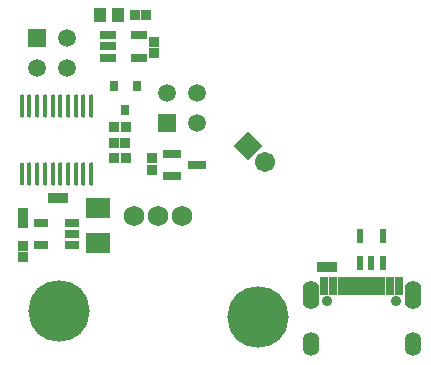
<source format=gts>
G04*
G04 #@! TF.GenerationSoftware,Altium Limited,Altium Designer,21.9.1 (22)*
G04*
G04 Layer_Color=8388736*
%FSLAX25Y25*%
%MOIN*%
G70*
G04*
G04 #@! TF.SameCoordinates,A7415FA3-026C-4748-ABA7-5A76E8C983D3*
G04*
G04*
G04 #@! TF.FilePolarity,Negative*
G04*
G01*
G75*
%ADD16R,0.03150X0.03543*%
G04:AMPARAMS|DCode=19|XSize=76.98mil|YSize=16.57mil|CornerRadius=8.28mil|HoleSize=0mil|Usage=FLASHONLY|Rotation=90.000|XOffset=0mil|YOffset=0mil|HoleType=Round|Shape=RoundedRectangle|*
%AMROUNDEDRECTD19*
21,1,0.07698,0.00000,0,0,90.0*
21,1,0.06041,0.01657,0,0,90.0*
1,1,0.01657,0.00000,0.03021*
1,1,0.01657,0.00000,-0.03021*
1,1,0.01657,0.00000,-0.03021*
1,1,0.01657,0.00000,0.03021*
%
%ADD19ROUNDEDRECTD19*%
%ADD20R,0.01657X0.07698*%
%ADD27R,0.02362X0.04724*%
%ADD30R,0.03241X0.03398*%
%ADD31R,0.03398X0.03241*%
%ADD32R,0.05524X0.02965*%
%ADD33R,0.04737X0.03162*%
%ADD34R,0.03556X0.03359*%
%ADD35R,0.08280X0.06902*%
%ADD36R,0.04343X0.04540*%
%ADD37R,0.03359X0.03556*%
%ADD38R,0.05918X0.03162*%
%ADD39R,0.03162X0.05918*%
%ADD40R,0.01981X0.05918*%
%ADD41C,0.05984*%
%ADD42R,0.05984X0.05984*%
%ADD43R,0.05984X0.05984*%
%ADD44C,0.06706*%
%ADD45P,0.09483X4X360.0*%
%ADD46C,0.06800*%
%ADD47O,0.05524X0.09461*%
%ADD48O,0.05524X0.07887*%
%ADD49C,0.03556*%
%ADD50C,0.20485*%
D16*
X253211Y352449D02*
D03*
X249471Y360323D02*
D03*
X256951D02*
D03*
D19*
X218695Y353770D02*
D03*
X221254D02*
D03*
X223814D02*
D03*
X226373D02*
D03*
X228932D02*
D03*
X231491D02*
D03*
X234050D02*
D03*
X236609D02*
D03*
X239168D02*
D03*
X241727D02*
D03*
Y331128D02*
D03*
X239168D02*
D03*
X236609D02*
D03*
X234050D02*
D03*
X231491D02*
D03*
X228932D02*
D03*
X226373D02*
D03*
X223814D02*
D03*
X221254D02*
D03*
D20*
X218695D02*
D03*
D27*
X331471Y310476D02*
D03*
X338951D02*
D03*
Y301421D02*
D03*
X335211D02*
D03*
X331471D02*
D03*
D30*
X219211Y318181D02*
D03*
Y314717D02*
D03*
X262860Y374894D02*
D03*
Y371429D02*
D03*
X219211Y303449D02*
D03*
Y306913D02*
D03*
D31*
X232443Y322949D02*
D03*
X228979D02*
D03*
X318786Y299949D02*
D03*
X322251D02*
D03*
D32*
X247441Y377285D02*
D03*
Y373545D02*
D03*
Y369805D02*
D03*
X257679D02*
D03*
Y377285D02*
D03*
D33*
X235329Y307209D02*
D03*
X235329Y310949D02*
D03*
X235329Y314689D02*
D03*
X225093Y314689D02*
D03*
X225093Y307209D02*
D03*
D34*
X249560Y346724D02*
D03*
X253300D02*
D03*
X249471Y341449D02*
D03*
X253211D02*
D03*
X260121Y383949D02*
D03*
X256381D02*
D03*
X249560Y336224D02*
D03*
X253300D02*
D03*
D35*
X243936Y308160D02*
D03*
Y319774D02*
D03*
D36*
X250703Y383949D02*
D03*
X244798D02*
D03*
D37*
X262133Y336278D02*
D03*
Y332538D02*
D03*
D38*
X277042Y333949D02*
D03*
X268774Y330209D02*
D03*
Y337689D02*
D03*
D39*
X319337Y293598D02*
D03*
X322487D02*
D03*
X344534D02*
D03*
X341385D02*
D03*
D40*
X325046D02*
D03*
X327015D02*
D03*
X328983D02*
D03*
X330952D02*
D03*
X332920D02*
D03*
X334889D02*
D03*
X336857D02*
D03*
X338826D02*
D03*
D41*
X267211Y357949D02*
D03*
X277211D02*
D03*
Y347949D02*
D03*
X233751Y376449D02*
D03*
Y366449D02*
D03*
X223751D02*
D03*
D42*
X267211Y347949D02*
D03*
D43*
X223751Y376449D02*
D03*
D44*
X299711Y334949D02*
D03*
D45*
X294143Y340517D02*
D03*
D46*
X255936Y316908D02*
D03*
X263936D02*
D03*
X271936D02*
D03*
D47*
X348943Y290674D02*
D03*
X314928D02*
D03*
D48*
Y274218D02*
D03*
X348943D02*
D03*
D49*
X320558Y288706D02*
D03*
X343314D02*
D03*
D50*
X230936Y285408D02*
D03*
X297436Y283408D02*
D03*
M02*

</source>
